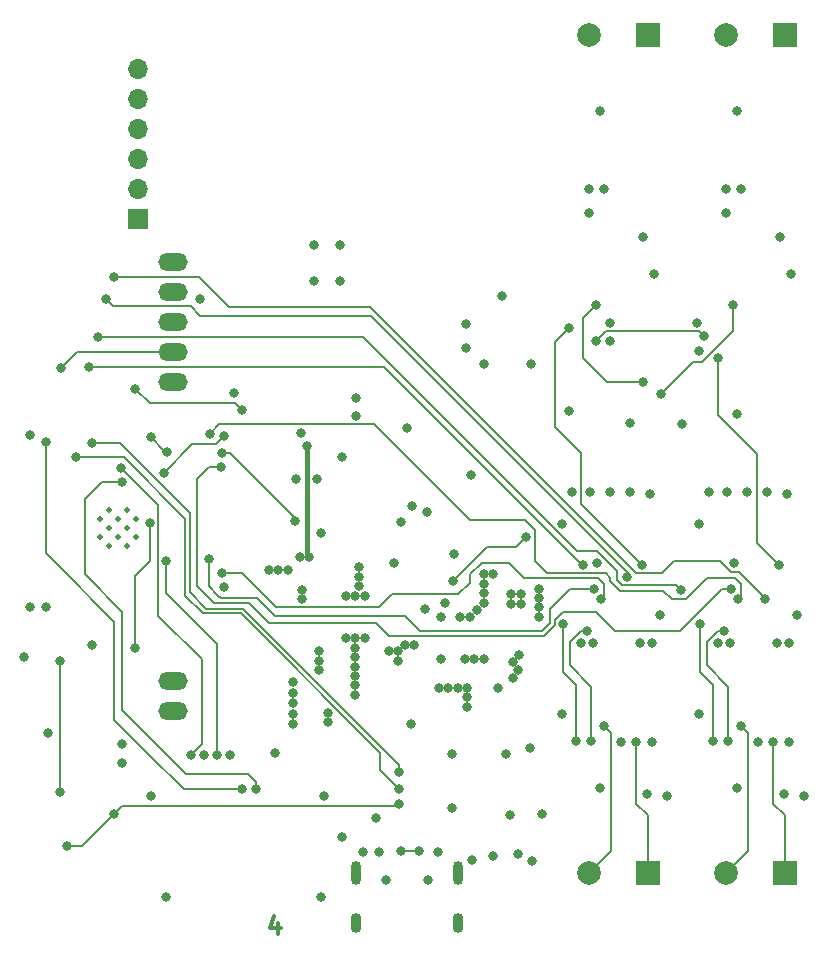
<source format=gbl>
%TF.GenerationSoftware,KiCad,Pcbnew,(6.0.11)*%
%TF.CreationDate,2023-03-05T15:16:25+01:00*%
%TF.ProjectId,OBSPro,4f425350-726f-42e6-9b69-6361645f7063,rev?*%
%TF.SameCoordinates,PX7270e00PY2255100*%
%TF.FileFunction,Copper,L4,Bot*%
%TF.FilePolarity,Positive*%
%FSLAX46Y46*%
G04 Gerber Fmt 4.6, Leading zero omitted, Abs format (unit mm)*
G04 Created by KiCad (PCBNEW (6.0.11)) date 2023-03-05 15:16:25*
%MOMM*%
%LPD*%
G01*
G04 APERTURE LIST*
%ADD10C,0.300000*%
%TA.AperFunction,NonConductor*%
%ADD11C,0.300000*%
%TD*%
%TA.AperFunction,ComponentPad*%
%ADD12R,1.700000X1.700000*%
%TD*%
%TA.AperFunction,ComponentPad*%
%ADD13O,1.700000X1.700000*%
%TD*%
%TA.AperFunction,ComponentPad*%
%ADD14O,0.900000X2.000000*%
%TD*%
%TA.AperFunction,ComponentPad*%
%ADD15O,0.900000X1.700000*%
%TD*%
%TA.AperFunction,ComponentPad*%
%ADD16O,2.500000X1.500000*%
%TD*%
%TA.AperFunction,ComponentPad*%
%ADD17R,2.000000X2.000000*%
%TD*%
%TA.AperFunction,ComponentPad*%
%ADD18C,2.000000*%
%TD*%
%TA.AperFunction,HeatsinkPad*%
%ADD19C,0.475000*%
%TD*%
%TA.AperFunction,ViaPad*%
%ADD20C,0.800000*%
%TD*%
%TA.AperFunction,Conductor*%
%ADD21C,0.400000*%
%TD*%
%TA.AperFunction,Conductor*%
%ADD22C,0.200000*%
%TD*%
G04 APERTURE END LIST*
D10*
D11*
X22485714Y-81878571D02*
X22485714Y-82878571D01*
X22128571Y-81307142D02*
X21771428Y-82378571D01*
X22700000Y-82378571D01*
D12*
%TO.P,J4,1,Pin_1*%
%TO.N,+3V3*%
X10600000Y-22300000D03*
D13*
%TO.P,J4,2,Pin_2*%
%TO.N,/Sensors/SWIM1*%
X10600000Y-19760000D03*
%TO.P,J4,3,Pin_3*%
%TO.N,/Sensors/SWIM2*%
X10600000Y-17220000D03*
%TO.P,J4,4,Pin_4*%
%TO.N,/Sensors/NRST1*%
X10600000Y-14680000D03*
%TO.P,J4,5,Pin_5*%
%TO.N,/Sensors/NRST2*%
X10600000Y-12140000D03*
%TO.P,J4,6,Pin_6*%
%TO.N,GND*%
X10600000Y-9600000D03*
%TD*%
D14*
%TO.P,J1,S1,SHIELD*%
%TO.N,GND*%
X29075000Y-77697500D03*
D15*
X37725000Y-81877500D03*
D14*
X37725000Y-77697500D03*
D15*
X29075000Y-81877500D03*
%TD*%
D16*
%TO.P,J2,1,Pin_1*%
%TO.N,+3V3*%
X13600000Y-36100000D03*
%TO.P,J2,2,Pin_2*%
%TO.N,/Controller/SCL*%
X13600000Y-33560000D03*
%TO.P,J2,3,Pin_3*%
%TO.N,/Controller/BUTTON*%
X13600000Y-31020000D03*
%TO.P,J2,4,Pin_4*%
%TO.N,GND*%
X13600000Y-28480000D03*
%TO.P,J2,5,Pin_5*%
%TO.N,/Controller/SDA*%
X13600000Y-25940000D03*
%TD*%
D17*
%TO.P,LS1,1,1*%
%TO.N,Net-(LS1-Pad1)*%
X65400000Y-77700000D03*
D18*
%TO.P,LS1,2,2*%
%TO.N,Net-(LS1-Pad2)*%
X60400000Y-77700000D03*
%TD*%
D16*
%TO.P,BT1,1,+*%
%TO.N,+BATT*%
X13600000Y-63990000D03*
%TO.P,BT1,2,-*%
%TO.N,GND*%
X13600000Y-61450000D03*
%TD*%
D19*
%TO.P,U5,39,GND*%
%TO.N,GND*%
X8905000Y-47737500D03*
X10430000Y-47737500D03*
X10430000Y-49262500D03*
X8142500Y-50025000D03*
X7380000Y-49262500D03*
X9667500Y-46975000D03*
X9667500Y-48500000D03*
X9667500Y-50025000D03*
X8142500Y-46975000D03*
X8142500Y-48500000D03*
X7380000Y-47737500D03*
X8905000Y-49262500D03*
%TD*%
D17*
%TO.P,LS2,1,1*%
%TO.N,Net-(LS2-Pad1)*%
X65400000Y-6700000D03*
D18*
%TO.P,LS2,2,2*%
%TO.N,GND*%
X60400000Y-6700000D03*
%TD*%
D17*
%TO.P,LS3,1,1*%
%TO.N,Net-(LS3-Pad1)*%
X53800000Y-77700000D03*
D18*
%TO.P,LS3,2,2*%
%TO.N,Net-(LS3-Pad2)*%
X48800000Y-77700000D03*
%TD*%
D17*
%TO.P,LS4,1,1*%
%TO.N,Net-(LS4-Pad1)*%
X53800000Y-6700000D03*
D18*
%TO.P,LS4,2,2*%
%TO.N,GND*%
X48800000Y-6700000D03*
%TD*%
D20*
%TO.N,+USB*%
X31600000Y-78300000D03*
X35200000Y-78300000D03*
%TO.N,GND*%
X37900000Y-56000000D03*
X29800000Y-54200000D03*
X25500000Y-27600000D03*
X29300000Y-53400000D03*
X29000000Y-62600000D03*
X53100000Y-58200000D03*
X39100000Y-59600000D03*
X47400000Y-45400000D03*
X37400000Y-50700000D03*
X61300000Y-70500000D03*
X29000000Y-54200000D03*
X13000000Y-79700000D03*
X38800000Y-44000000D03*
X23700000Y-64200000D03*
X11750000Y-71150000D03*
X23700000Y-63300000D03*
X40700000Y-52400000D03*
X25500000Y-24500000D03*
X65300000Y-71000000D03*
X34900000Y-55300000D03*
X50600000Y-32600000D03*
X61700000Y-19800000D03*
X43900000Y-34600000D03*
X39900000Y-53200000D03*
X27700000Y-27600000D03*
X43800000Y-67100000D03*
X50600000Y-45400000D03*
X38300000Y-59600000D03*
X54100000Y-66600000D03*
X61300000Y-13200000D03*
X66400000Y-55800000D03*
X23700000Y-61500000D03*
X65900000Y-27000000D03*
X29000000Y-59400000D03*
X52300000Y-45400000D03*
X29700000Y-75900000D03*
X49700000Y-70500000D03*
X29000000Y-60200000D03*
X38900000Y-76600000D03*
X39900000Y-54800000D03*
X27700000Y-24500000D03*
X23700000Y-65100000D03*
X54800000Y-55800000D03*
X48100000Y-58200000D03*
X29100000Y-39000000D03*
X1500000Y-55200000D03*
X33700000Y-65100000D03*
X53700000Y-71000000D03*
X39900000Y-52400000D03*
X23300000Y-52000000D03*
X38400000Y-33200000D03*
X23700000Y-62400000D03*
X39300000Y-55400000D03*
X37200000Y-67600000D03*
X48900000Y-45400000D03*
X29300000Y-51800000D03*
X50100000Y-19800000D03*
X63900000Y-45400000D03*
X29000000Y-61000000D03*
X32900000Y-48000000D03*
X29300000Y-52600000D03*
X61100000Y-51400000D03*
X65700000Y-66600000D03*
X59000000Y-45400000D03*
X32300000Y-51400000D03*
X39900000Y-54000000D03*
X16200000Y-67700000D03*
X24000000Y-44300000D03*
X29800000Y-57800000D03*
X38700000Y-56000000D03*
X49700000Y-13200000D03*
X60400000Y-21800000D03*
X35040110Y-47099817D03*
X46500000Y-64200000D03*
X42800000Y-76100000D03*
X63100000Y-66600000D03*
X26400000Y-71200000D03*
X56700000Y-39700000D03*
X21700000Y-52000000D03*
X17900000Y-53500000D03*
X54300000Y-27000000D03*
X1500000Y-40600000D03*
X29000000Y-61800000D03*
X48800000Y-21800000D03*
X51500000Y-66600000D03*
X28200000Y-57800000D03*
X50600000Y-31100000D03*
X22200000Y-67500000D03*
X26100000Y-79700000D03*
X62200000Y-45400000D03*
X18700000Y-37075500D03*
X24400000Y-40400000D03*
X59700000Y-58200000D03*
X37200000Y-72200000D03*
X26100000Y-48900000D03*
X29000000Y-57800000D03*
X58100000Y-33500000D03*
X64700000Y-58200000D03*
X33800000Y-46600000D03*
X36300000Y-56000000D03*
X27844622Y-42444622D03*
X49500000Y-51400000D03*
X60500000Y-45400000D03*
X58100000Y-64200000D03*
X44000000Y-76700000D03*
X39900000Y-34600000D03*
X29100000Y-37500000D03*
X28200000Y-54200000D03*
X22500000Y-52000000D03*
X40700000Y-76200000D03*
X29000000Y-58600000D03*
X1000000Y-59400000D03*
X39900000Y-59600000D03*
X3000000Y-65800000D03*
X41800000Y-67600000D03*
X30800000Y-73000000D03*
X41100000Y-62000000D03*
X36300000Y-59600000D03*
%TO.N,+BATT*%
X24900000Y-41500000D03*
X24500000Y-54500000D03*
X25100000Y-50900000D03*
X24500000Y-53700000D03*
X24300000Y-50900000D03*
%TO.N,+5V*%
X44600000Y-55200000D03*
X25900000Y-60500000D03*
X44600000Y-53600000D03*
X26700000Y-64900000D03*
X9300000Y-68400000D03*
X44600000Y-56000000D03*
X25900000Y-58900000D03*
X44600000Y-54400000D03*
X25900000Y-59700000D03*
X25800000Y-44300000D03*
X26700000Y-64100000D03*
X55400000Y-71200000D03*
X67000000Y-71200000D03*
%TO.N,+USB*%
X34000000Y-58400000D03*
X32600000Y-59700000D03*
X32600000Y-58900000D03*
X31900000Y-58900000D03*
X31000000Y-75900000D03*
X27925000Y-74675000D03*
X42100000Y-72800000D03*
X33200000Y-58400000D03*
X36000000Y-75900000D03*
%TO.N,+3V3*%
X38400000Y-31200000D03*
X36900000Y-62000000D03*
X15900000Y-29100000D03*
X18400000Y-67700000D03*
X33400000Y-40000000D03*
X61300000Y-38800000D03*
X57900000Y-31100000D03*
X37700000Y-62000000D03*
X52300000Y-39600000D03*
X65600000Y-45600000D03*
X38500000Y-63600000D03*
X46500000Y-48100000D03*
X9287500Y-66800000D03*
X44800000Y-72700000D03*
X58100000Y-48100000D03*
X41400000Y-28800000D03*
X2800000Y-55200000D03*
X36600000Y-54800000D03*
X47100000Y-38600000D03*
X36100000Y-62000000D03*
X6700000Y-58400000D03*
X54000000Y-45600000D03*
X38500000Y-62800000D03*
X38500000Y-62000000D03*
%TO.N,/Sensors/Vref*%
X49400000Y-32600000D03*
X58500000Y-32200000D03*
%TO.N,/Sensors/Ultrasonic1/V+*%
X65000000Y-23800000D03*
X65700000Y-58200000D03*
%TO.N,/Sensors/Ultrasonic1/V-*%
X60700000Y-58200000D03*
X60400000Y-19800000D03*
%TO.N,/Sensors/Ultrasonic1/SIGOUT*%
X54900000Y-37100000D03*
X61000000Y-29600000D03*
%TO.N,/Sensors/Ultrasonic2/V+*%
X53400000Y-23800000D03*
X54100000Y-58200000D03*
%TO.N,/Sensors/Ultrasonic2/V-*%
X49100000Y-58200000D03*
X48800000Y-19800000D03*
%TO.N,/Sensors/Ultrasonic2/SIGOUT*%
X53400000Y-36100000D03*
X49400000Y-29600000D03*
%TO.N,USB_DP*%
X32900000Y-75800000D03*
X34400000Y-75800000D03*
%TO.N,/Controller/SCL*%
X4100000Y-34900000D03*
%TO.N,/Controller/BUTTON*%
X10400000Y-36700000D03*
X19400000Y-38500000D03*
%TO.N,/Controller/SD_CMD*%
X2800000Y-41200000D03*
X19400000Y-70600000D03*
%TO.N,/Controller/SD_CLK*%
X11700000Y-40800000D03*
X17300000Y-67700000D03*
X13000000Y-51300000D03*
X13100000Y-42000000D03*
%TO.N,/Controller/SD_DAT0*%
X9200000Y-43400000D03*
X15100000Y-67700000D03*
%TO.N,/Sensors/SWIM1*%
X63700000Y-54500000D03*
X8600000Y-27200000D03*
%TO.N,/Sensors/SWIM2*%
X7900000Y-29100000D03*
X52000000Y-52600000D03*
%TO.N,/Sensors/NRST1*%
X56600000Y-53700000D03*
X7215500Y-32300000D03*
%TO.N,/Sensors/NRST2*%
X6500000Y-34800000D03*
X48300000Y-51600500D03*
%TO.N,Net-(LS1-Pad1)*%
X64400000Y-66600000D03*
%TO.N,Net-(LS1-Pad2)*%
X61700000Y-65200000D03*
%TO.N,Net-(LS3-Pad1)*%
X52800000Y-66600000D03*
%TO.N,Net-(LS3-Pad2)*%
X50100000Y-65200000D03*
%TO.N,/Controller/EN*%
X4000000Y-59700000D03*
X4000000Y-70800000D03*
%TO.N,/Controller/~USB_DTR*%
X4600000Y-75400000D03*
X8600000Y-72700000D03*
X32700000Y-71800000D03*
%TO.N,/Controller/GPIO0*%
X10400000Y-58600000D03*
X17900000Y-40700000D03*
X11604502Y-48087618D03*
X12800000Y-43800000D03*
%TO.N,/Controller/USB_RX*%
X5400000Y-42500000D03*
X32700000Y-70600000D03*
%TO.N,/Controller/USB_TX*%
X32700000Y-69100000D03*
X6700000Y-41300000D03*
%TO.N,/Controller/BTN_READ*%
X23900000Y-47900000D03*
X17700000Y-42100000D03*
%TO.N,/Sensors/Ultrasonic1/MUTE*%
X64900000Y-51600000D03*
X59700000Y-34100000D03*
%TO.N,/Sensors/Ultrasonic2/MUTE*%
X47100000Y-31500000D03*
X53300000Y-51600000D03*
%TO.N,TRIG2*%
X49200000Y-53600000D03*
X16600000Y-51100000D03*
%TO.N,ECHO2*%
X49800000Y-54500000D03*
X17700000Y-52300000D03*
%TO.N,TRIG1*%
X17600000Y-43300000D03*
X60800000Y-53600000D03*
%TO.N,ECHO1*%
X61400000Y-54500000D03*
X16700000Y-40500000D03*
%TO.N,/Controller/SD_CD*%
X20600000Y-70600000D03*
X9250000Y-44550000D03*
%TO.N,/Sensors/Ultrasonic1/TXN*%
X58200000Y-56600000D03*
X59300000Y-66500000D03*
%TO.N,/Sensors/Ultrasonic1/TXP*%
X60200000Y-57200000D03*
X60600000Y-66500000D03*
%TO.N,/Sensors/Ultrasonic2/TXN*%
X47700000Y-66500000D03*
X46600000Y-56600000D03*
%TO.N,/Sensors/Ultrasonic2/TXP*%
X49000000Y-66500000D03*
X48600000Y-57200000D03*
%TO.N,/Power Supply/SW*%
X42200000Y-54900000D03*
X43000000Y-54900000D03*
X42900000Y-59200000D03*
X42200000Y-54100000D03*
X42800000Y-60500000D03*
X42400000Y-61200000D03*
X43000000Y-54100000D03*
X42400000Y-59800000D03*
%TO.N,Net-(R7-Pad2)*%
X43500000Y-49200000D03*
X37300000Y-53000000D03*
%TD*%
D21*
%TO.N,+BATT*%
X24900000Y-41500000D02*
X24900000Y-50700000D01*
X24900000Y-50700000D02*
X25100000Y-50900000D01*
D22*
%TO.N,/Sensors/Vref*%
X49400000Y-32600000D02*
X50200000Y-31800000D01*
X58100000Y-31800000D02*
X58500000Y-32200000D01*
X50200000Y-31800000D02*
X58100000Y-31800000D01*
%TO.N,/Sensors/Ultrasonic1/SIGOUT*%
X54900000Y-37100000D02*
X57600000Y-34400000D01*
X58400000Y-34400000D02*
X61000000Y-31800000D01*
X61000000Y-31800000D02*
X61000000Y-29600000D01*
X57600000Y-34400000D02*
X58400000Y-34400000D01*
%TO.N,/Sensors/Ultrasonic2/SIGOUT*%
X48300000Y-32300000D02*
X48300000Y-30700000D01*
X48300000Y-34100000D02*
X48300000Y-32300000D01*
X48300000Y-30700000D02*
X49400000Y-29600000D01*
X50300000Y-36100000D02*
X48300000Y-34100000D01*
X53400000Y-36100000D02*
X50300000Y-36100000D01*
%TO.N,USB_DP*%
X32900000Y-75800000D02*
X34400000Y-75800000D01*
%TO.N,/Controller/SCL*%
X5440000Y-33560000D02*
X4100000Y-34900000D01*
X13500000Y-33560000D02*
X5440000Y-33560000D01*
%TO.N,/Controller/BUTTON*%
X18800000Y-37900000D02*
X11600000Y-37900000D01*
X19400000Y-38500000D02*
X18800000Y-37900000D01*
X11600000Y-37900000D02*
X10400000Y-36700000D01*
%TO.N,/Controller/SD_CMD*%
X3800000Y-51600000D02*
X2800000Y-50600000D01*
X8600000Y-56400000D02*
X3800000Y-51600000D01*
X11500000Y-67600000D02*
X8600000Y-64700000D01*
X8600000Y-64700000D02*
X8600000Y-58500000D01*
X19400000Y-70600000D02*
X14500000Y-70600000D01*
X8600000Y-58500000D02*
X8600000Y-56400000D01*
X14500000Y-70600000D02*
X11500000Y-67600000D01*
X2800000Y-50600000D02*
X2800000Y-41200000D01*
%TO.N,/Controller/SD_CLK*%
X13100000Y-42000000D02*
X12900000Y-42000000D01*
X17300000Y-58300000D02*
X17300000Y-67700000D01*
X13000000Y-54000000D02*
X17300000Y-58300000D01*
X12900000Y-42000000D02*
X11700000Y-40800000D01*
X13000000Y-51300000D02*
X13000000Y-54000000D01*
%TO.N,/Controller/SD_DAT0*%
X15100000Y-67700000D02*
X16000000Y-66800000D01*
X16000000Y-59600000D02*
X12300000Y-55900000D01*
X12300000Y-48382070D02*
X12304502Y-48377568D01*
X16000000Y-66800000D02*
X16000000Y-59600000D01*
X12304502Y-48377568D02*
X12304502Y-46504502D01*
X12304502Y-46504502D02*
X9200000Y-43400000D01*
X12300000Y-55900000D02*
X12300000Y-48382070D01*
%TO.N,/Sensors/SWIM1*%
X55000000Y-52300000D02*
X56000000Y-51300000D01*
X59900000Y-51300000D02*
X60800000Y-52200000D01*
X61500000Y-52200000D02*
X63700000Y-54400000D01*
X60800000Y-52200000D02*
X61500000Y-52200000D01*
X18350000Y-29750000D02*
X15800000Y-27200000D01*
X8600000Y-27200000D02*
X15800000Y-27200000D01*
X30250000Y-29750000D02*
X52800000Y-52300000D01*
X63700000Y-54400000D02*
X63700000Y-54500000D01*
X56000000Y-51300000D02*
X59900000Y-51300000D01*
X30250000Y-29750000D02*
X18350000Y-29750000D01*
X52800000Y-52300000D02*
X55000000Y-52300000D01*
%TO.N,/Sensors/SWIM2*%
X52100000Y-52500000D02*
X52000000Y-52600000D01*
X8500000Y-29700000D02*
X15100000Y-29700000D01*
X15900000Y-30500000D02*
X30300000Y-30500000D01*
X7900000Y-29100000D02*
X8500000Y-29700000D01*
X30300000Y-30500000D02*
X52100000Y-52300000D01*
X15100000Y-29700000D02*
X15900000Y-30500000D01*
X52100000Y-52300000D02*
X52100000Y-52500000D01*
%TO.N,/Sensors/NRST1*%
X49500000Y-50400000D02*
X51200000Y-52100000D01*
X51200000Y-52900000D02*
X51600000Y-53300000D01*
X51200000Y-52100000D02*
X51200000Y-52900000D01*
X47800000Y-50400000D02*
X49500000Y-50400000D01*
X51600000Y-53300000D02*
X56200000Y-53300000D01*
X56200000Y-53300000D02*
X56600000Y-53700000D01*
X7215500Y-32300000D02*
X29700000Y-32300000D01*
X29700000Y-32300000D02*
X47800000Y-50400000D01*
%TO.N,/Sensors/NRST2*%
X48300000Y-51600500D02*
X48200500Y-51600500D01*
X48200500Y-51600500D02*
X31400000Y-34800000D01*
X31400000Y-34800000D02*
X6500000Y-34800000D01*
%TO.N,Net-(LS1-Pad1)*%
X64400000Y-66600000D02*
X64400000Y-71800000D01*
X64400000Y-71800000D02*
X65400000Y-72800000D01*
X65400000Y-72800000D02*
X65400000Y-77700000D01*
%TO.N,Net-(LS1-Pad2)*%
X62300000Y-65800000D02*
X62300000Y-75800000D01*
X61700000Y-65200000D02*
X62300000Y-65800000D01*
X62300000Y-75800000D02*
X60400000Y-77700000D01*
%TO.N,Net-(LS3-Pad1)*%
X53800000Y-72800000D02*
X53800000Y-77700000D01*
X52800000Y-66600000D02*
X52800000Y-71800000D01*
X52800000Y-71800000D02*
X53800000Y-72800000D01*
%TO.N,Net-(LS3-Pad2)*%
X50100000Y-65200000D02*
X50700000Y-65800000D01*
X50700000Y-75800000D02*
X48800000Y-77700000D01*
X50700000Y-65800000D02*
X50700000Y-75800000D01*
%TO.N,/Controller/EN*%
X4000000Y-70800000D02*
X4000000Y-59700000D01*
%TO.N,/Controller/~USB_DTR*%
X4600000Y-75400000D02*
X5900000Y-75400000D01*
X32700000Y-71800000D02*
X32500000Y-72000000D01*
X32500000Y-72000000D02*
X9300000Y-72000000D01*
X9300000Y-72000000D02*
X8600000Y-72700000D01*
X5900000Y-75400000D02*
X8600000Y-72700000D01*
%TO.N,/Controller/GPIO0*%
X12800000Y-43800000D02*
X15200000Y-41400000D01*
X15200000Y-41400000D02*
X17200000Y-41400000D01*
X11604502Y-48087618D02*
X11600000Y-48092120D01*
X10400000Y-52500000D02*
X10400000Y-58600000D01*
X17200000Y-41400000D02*
X17900000Y-40700000D01*
X11600000Y-48092120D02*
X11600000Y-51300000D01*
X11600000Y-51300000D02*
X10400000Y-52500000D01*
%TO.N,/Controller/USB_RX*%
X31100000Y-69000000D02*
X31100000Y-67500000D01*
X14600000Y-47700000D02*
X9400000Y-42500000D01*
X19300000Y-55700000D02*
X16100000Y-55700000D01*
X9400000Y-42500000D02*
X5400000Y-42500000D01*
X31100000Y-67500000D02*
X19300000Y-55700000D01*
X14600000Y-54200000D02*
X14600000Y-47700000D01*
X32700000Y-70600000D02*
X31100000Y-69000000D01*
X16100000Y-55700000D02*
X14600000Y-54200000D01*
%TO.N,/Controller/USB_TX*%
X19465685Y-55300000D02*
X16400000Y-55300000D01*
X32700000Y-68534314D02*
X19465685Y-55300000D01*
X15000000Y-53900000D02*
X15000000Y-47200000D01*
X9100000Y-41300000D02*
X6700000Y-41300000D01*
X16400000Y-55300000D02*
X15000000Y-53900000D01*
X15000000Y-47200000D02*
X9100000Y-41300000D01*
X32700000Y-69100000D02*
X32700000Y-68534314D01*
%TO.N,/Controller/BTN_READ*%
X23900000Y-47600000D02*
X18400000Y-42100000D01*
X23900000Y-47900000D02*
X23900000Y-47600000D01*
X18400000Y-42100000D02*
X17700000Y-42100000D01*
%TO.N,/Sensors/Ultrasonic1/MUTE*%
X59700000Y-38900000D02*
X61800000Y-41000000D01*
X63000000Y-49700000D02*
X64900000Y-51600000D01*
X59700000Y-34100000D02*
X59700000Y-38900000D01*
X63000000Y-42200000D02*
X63000000Y-46400000D01*
X61800000Y-41000000D02*
X63000000Y-42200000D01*
X63000000Y-46400000D02*
X63000000Y-49700000D01*
%TO.N,/Sensors/Ultrasonic2/MUTE*%
X48100000Y-46400000D02*
X48100000Y-42100000D01*
X45900000Y-32700000D02*
X47100000Y-31500000D01*
X53300000Y-51600000D02*
X48100000Y-46400000D01*
X48100000Y-42100000D02*
X45900000Y-39900000D01*
X45900000Y-39900000D02*
X45900000Y-32700000D01*
%TO.N,TRIG2*%
X44800000Y-57200000D02*
X45500000Y-56500000D01*
X31800000Y-55900000D02*
X33200000Y-55900000D01*
X34500000Y-57200000D02*
X44800000Y-57200000D01*
X45500000Y-55300000D02*
X47200000Y-53600000D01*
X16600000Y-53400000D02*
X17400000Y-54200000D01*
X34100000Y-56800000D02*
X34500000Y-57200000D01*
X20700000Y-54400000D02*
X22000000Y-55700000D01*
X16600000Y-51100000D02*
X16600000Y-53400000D01*
X22000000Y-55700000D02*
X22200000Y-55900000D01*
X17400000Y-54200000D02*
X17600000Y-54400000D01*
X47200000Y-53600000D02*
X49200000Y-53600000D01*
X17600000Y-54400000D02*
X19300000Y-54400000D01*
X19300000Y-54400000D02*
X20700000Y-54400000D01*
X45500000Y-56500000D02*
X45500000Y-55300000D01*
X34000000Y-56700000D02*
X34100000Y-56800000D01*
X22200000Y-55900000D02*
X31800000Y-55900000D01*
X33200000Y-55900000D02*
X34000000Y-56700000D01*
%TO.N,ECHO2*%
X17700000Y-52300000D02*
X19400000Y-52300000D01*
X50100000Y-53200000D02*
X50100000Y-54200000D01*
X38700000Y-53100000D02*
X38700000Y-52400000D01*
X43300000Y-52700000D02*
X49600000Y-52700000D01*
X31000000Y-55200000D02*
X32100000Y-54100000D01*
X39700000Y-51400000D02*
X42000000Y-51400000D01*
X32100000Y-54100000D02*
X37700000Y-54100000D01*
X38700000Y-52400000D02*
X39700000Y-51400000D01*
X37700000Y-54100000D02*
X38700000Y-53100000D01*
X50100000Y-54200000D02*
X49800000Y-54500000D01*
X42000000Y-51400000D02*
X43300000Y-52700000D01*
X22300000Y-55200000D02*
X31000000Y-55200000D01*
X19400000Y-52300000D02*
X22300000Y-55200000D01*
X49600000Y-52700000D02*
X50100000Y-53200000D01*
%TO.N,TRIG1*%
X45000000Y-57600000D02*
X45900000Y-56700000D01*
X16600000Y-43300000D02*
X15600000Y-44300000D01*
X46600000Y-55600000D02*
X49400000Y-55600000D01*
X21700000Y-56500000D02*
X30800000Y-56500000D01*
X49400000Y-55600000D02*
X51000000Y-57200000D01*
X60100000Y-53600000D02*
X60800000Y-53600000D01*
X51000000Y-57200000D02*
X56500000Y-57200000D01*
X45900000Y-56300000D02*
X46600000Y-55600000D01*
X45900000Y-56700000D02*
X45900000Y-56300000D01*
X17600000Y-43300000D02*
X16600000Y-43300000D01*
X30800000Y-56500000D02*
X31900000Y-57600000D01*
X15600000Y-53400000D02*
X17050000Y-54850000D01*
X15600000Y-44300000D02*
X15600000Y-53400000D01*
X20050000Y-54850000D02*
X21700000Y-56500000D01*
X56500000Y-57200000D02*
X60100000Y-53600000D01*
X17050000Y-54850000D02*
X20050000Y-54850000D01*
X31900000Y-57600000D02*
X45000000Y-57600000D01*
%TO.N,ECHO1*%
X44200000Y-51300000D02*
X44200000Y-48600000D01*
X50600000Y-52700000D02*
X50200000Y-52300000D01*
X17500000Y-39700000D02*
X16700000Y-40500000D01*
X61400000Y-54500000D02*
X61700000Y-54200000D01*
X61700000Y-54200000D02*
X61700000Y-53200000D01*
X61200000Y-52700000D02*
X58800000Y-52700000D01*
X51400000Y-53800000D02*
X50600000Y-53000000D01*
X58800000Y-52700000D02*
X57000000Y-54500000D01*
X57000000Y-54500000D02*
X55800000Y-54500000D01*
X55800000Y-54500000D02*
X55100000Y-53800000D01*
X50200000Y-52300000D02*
X45200000Y-52300000D01*
X45200000Y-52300000D02*
X44200000Y-51300000D01*
X44200000Y-48600000D02*
X43400000Y-47800000D01*
X61700000Y-53200000D02*
X61200000Y-52700000D01*
X50600000Y-53000000D02*
X50600000Y-52700000D01*
X30600000Y-39700000D02*
X17500000Y-39700000D01*
X55100000Y-53800000D02*
X51400000Y-53800000D01*
X43400000Y-47800000D02*
X38700000Y-47800000D01*
X38700000Y-47800000D02*
X30600000Y-39700000D01*
%TO.N,/Controller/SD_CD*%
X9250000Y-44550000D02*
X7550000Y-44550000D01*
X7550000Y-44550000D02*
X6100000Y-46000000D01*
X20600000Y-70000000D02*
X20600000Y-70600000D01*
X19900000Y-69300000D02*
X20600000Y-70000000D01*
X6100000Y-46000000D02*
X6100000Y-52400000D01*
X6100000Y-52400000D02*
X9300000Y-55600000D01*
X9300000Y-63900000D02*
X14700000Y-69300000D01*
X14700000Y-69300000D02*
X19900000Y-69300000D01*
X9300000Y-55600000D02*
X9300000Y-63900000D01*
%TO.N,/Sensors/Ultrasonic1/TXN*%
X58200000Y-60700000D02*
X59300000Y-61800000D01*
X58200000Y-56600000D02*
X58200000Y-60700000D01*
X59300000Y-61800000D02*
X59300000Y-66500000D01*
%TO.N,/Sensors/Ultrasonic1/TXP*%
X60200000Y-57200000D02*
X59710050Y-57200000D01*
X58800000Y-60100000D02*
X60600000Y-61900000D01*
X59710050Y-57200000D02*
X58800000Y-58110050D01*
X60600000Y-61900000D02*
X60600000Y-66500000D01*
X58800000Y-58110050D02*
X58800000Y-60100000D01*
%TO.N,/Sensors/Ultrasonic2/TXN*%
X46600000Y-60700000D02*
X47700000Y-61800000D01*
X47700000Y-61800000D02*
X47700000Y-66500000D01*
X46600000Y-56600000D02*
X46600000Y-60700000D01*
%TO.N,/Sensors/Ultrasonic2/TXP*%
X49000000Y-61900000D02*
X49000000Y-66500000D01*
X47200000Y-60100000D02*
X49000000Y-61900000D01*
X48110050Y-57200000D02*
X47200000Y-58110050D01*
X48600000Y-57200000D02*
X48110050Y-57200000D01*
X47200000Y-58110050D02*
X47200000Y-60100000D01*
%TO.N,Net-(R7-Pad2)*%
X42600000Y-50100000D02*
X43500000Y-49200000D01*
X37300000Y-53000000D02*
X40200000Y-50100000D01*
X40200000Y-50100000D02*
X42600000Y-50100000D01*
%TD*%
M02*

</source>
